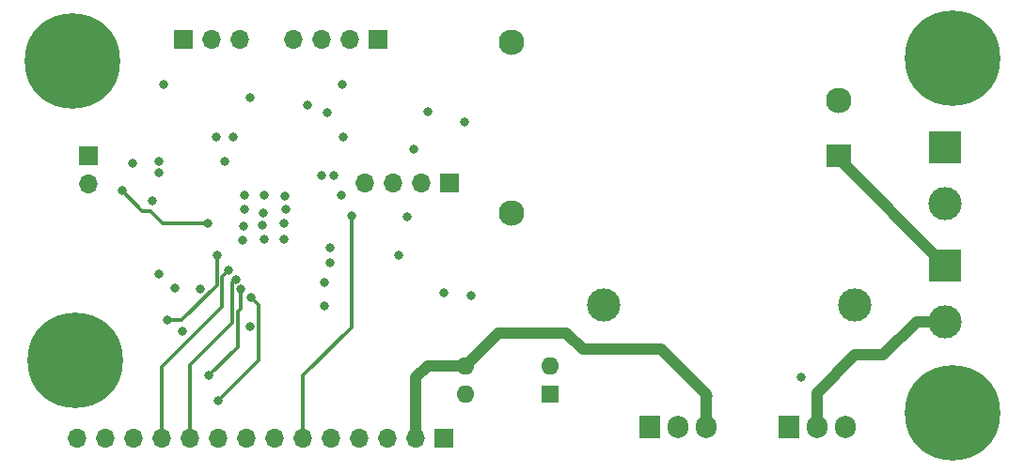
<source format=gbr>
%TF.GenerationSoftware,KiCad,Pcbnew,5.1.9*%
%TF.CreationDate,2021-04-07T12:29:47+02:00*%
%TF.ProjectId,lampa,6c616d70-612e-46b6-9963-61645f706362,rev?*%
%TF.SameCoordinates,Original*%
%TF.FileFunction,Copper,L4,Bot*%
%TF.FilePolarity,Positive*%
%FSLAX46Y46*%
G04 Gerber Fmt 4.6, Leading zero omitted, Abs format (unit mm)*
G04 Created by KiCad (PCBNEW 5.1.9) date 2021-04-07 12:29:47*
%MOMM*%
%LPD*%
G01*
G04 APERTURE LIST*
%TA.AperFunction,ComponentPad*%
%ADD10C,0.900000*%
%TD*%
%TA.AperFunction,ComponentPad*%
%ADD11C,8.600000*%
%TD*%
%TA.AperFunction,ComponentPad*%
%ADD12C,2.300000*%
%TD*%
%TA.AperFunction,ComponentPad*%
%ADD13R,2.300000X2.000000*%
%TD*%
%TA.AperFunction,ComponentPad*%
%ADD14O,1.700000X1.700000*%
%TD*%
%TA.AperFunction,ComponentPad*%
%ADD15R,1.700000X1.700000*%
%TD*%
%TA.AperFunction,ComponentPad*%
%ADD16O,1.600000X1.600000*%
%TD*%
%TA.AperFunction,ComponentPad*%
%ADD17R,1.600000X1.600000*%
%TD*%
%TA.AperFunction,ComponentPad*%
%ADD18O,1.905000X2.000000*%
%TD*%
%TA.AperFunction,ComponentPad*%
%ADD19R,1.905000X2.000000*%
%TD*%
%TA.AperFunction,ComponentPad*%
%ADD20C,3.000000*%
%TD*%
%TA.AperFunction,ComponentPad*%
%ADD21R,3.000000X3.000000*%
%TD*%
%TA.AperFunction,ViaPad*%
%ADD22C,0.800000*%
%TD*%
%TA.AperFunction,Conductor*%
%ADD23C,1.000000*%
%TD*%
%TA.AperFunction,Conductor*%
%ADD24C,0.300000*%
%TD*%
G04 APERTURE END LIST*
D10*
%TO.P,H1,1*%
%TO.N,GND*%
X191530419Y-65469581D03*
X189250000Y-64525000D03*
X186969581Y-65469581D03*
X186025000Y-67750000D03*
X186969581Y-70030419D03*
X189250000Y-70975000D03*
X191530419Y-70030419D03*
X192475000Y-67750000D03*
D11*
X189250000Y-67750000D03*
%TD*%
D10*
%TO.P,H2,1*%
%TO.N,GND*%
X191530419Y-97469581D03*
X189250000Y-96525000D03*
X186969581Y-97469581D03*
X186025000Y-99750000D03*
X186969581Y-102030419D03*
X189250000Y-102975000D03*
X191530419Y-102030419D03*
X192475000Y-99750000D03*
D11*
X189250000Y-99750000D03*
%TD*%
D12*
%TO.P,PS1,4*%
%TO.N,GND*%
X149600000Y-66300000D03*
%TO.P,PS1,2*%
%TO.N,Net-(J1-Pad1)*%
X179000000Y-71500000D03*
D13*
%TO.P,PS1,1*%
%TO.N,Net-(F1-Pad2)*%
X179000000Y-76500000D03*
D12*
%TO.P,PS1,3*%
%TO.N,+12V*%
X149600000Y-81700000D03*
%TD*%
D14*
%TO.P,J5,4*%
%TO.N,BME_SDA*%
X129880000Y-66000000D03*
%TO.P,J5,3*%
%TO.N,BME_SCL*%
X132420000Y-66000000D03*
%TO.P,J5,2*%
%TO.N,GND*%
X134960000Y-66000000D03*
D15*
%TO.P,J5,1*%
%TO.N,+3V3*%
X137500000Y-66000000D03*
%TD*%
D16*
%TO.P,U2,4*%
%TO.N,ZERO_CROSS_DETECT*%
X145380000Y-98000000D03*
%TO.P,U2,2*%
%TO.N,Net-(R3-Pad2)*%
X153000000Y-95460000D03*
%TO.P,U2,3*%
%TO.N,GND*%
X145380000Y-95460000D03*
D17*
%TO.P,U2,1*%
%TO.N,Net-(R2-Pad2)*%
X153000000Y-98000000D03*
%TD*%
D14*
%TO.P,SW2,3*%
%TO.N,GND*%
X125080000Y-66000000D03*
%TO.P,SW2,2*%
%TO.N,Net-(R11-Pad1)*%
X122540000Y-66000000D03*
D15*
%TO.P,SW2,1*%
%TO.N,+3V3*%
X120000000Y-66000000D03*
%TD*%
D14*
%TO.P,SW1,2*%
%TO.N,NRST*%
X111500000Y-79040000D03*
D15*
%TO.P,SW1,1*%
%TO.N,GND*%
X111500000Y-76500000D03*
%TD*%
D18*
%TO.P,Q2,3*%
%TO.N,GND*%
X167080000Y-101000000D03*
%TO.P,Q2,2*%
%TO.N,Net-(J1-Pad1)*%
X164540000Y-101000000D03*
D19*
%TO.P,Q2,1*%
%TO.N,Net-(Q1-Pad1)*%
X162000000Y-101000000D03*
%TD*%
D18*
%TO.P,Q1,3*%
%TO.N,GND*%
X179580000Y-101000000D03*
%TO.P,Q1,2*%
%TO.N,Net-(J2-Pad2)*%
X177040000Y-101000000D03*
D19*
%TO.P,Q1,1*%
%TO.N,Net-(Q1-Pad1)*%
X174500000Y-101000000D03*
%TD*%
D14*
%TO.P,J4,4*%
%TO.N,+3V3*%
X136380000Y-79000000D03*
%TO.P,J4,3*%
%TO.N,SWDIO*%
X138920000Y-79000000D03*
%TO.P,J4,2*%
%TO.N,SWCLK*%
X141460000Y-79000000D03*
D15*
%TO.P,J4,1*%
%TO.N,GND*%
X144000000Y-79000000D03*
%TD*%
D14*
%TO.P,J3,14*%
%TO.N,TOUCH_IRQ*%
X110480000Y-102000000D03*
%TO.P,J3,13*%
%TO.N,TOUCH_MISO*%
X113020000Y-102000000D03*
%TO.P,J3,12*%
%TO.N,TOUCH_MOSI*%
X115560000Y-102000000D03*
%TO.P,J3,11*%
%TO.N,TOUCH_CS*%
X118100000Y-102000000D03*
%TO.P,J3,10*%
%TO.N,TOUCH_CLK*%
X120640000Y-102000000D03*
%TO.P,J3,9*%
%TO.N,Net-(J3-Pad9)*%
X123180000Y-102000000D03*
%TO.P,J3,8*%
%TO.N,Net-(J3-Pad8)*%
X125720000Y-102000000D03*
%TO.P,J3,7*%
%TO.N,LCD_CLK*%
X128260000Y-102000000D03*
%TO.P,J3,6*%
%TO.N,LCD_MOSI*%
X130800000Y-102000000D03*
%TO.P,J3,5*%
%TO.N,LCD_DC*%
X133340000Y-102000000D03*
%TO.P,J3,4*%
%TO.N,+3V3*%
X135880000Y-102000000D03*
%TO.P,J3,3*%
%TO.N,LCD_CS*%
X138420000Y-102000000D03*
%TO.P,J3,2*%
%TO.N,GND*%
X140960000Y-102000000D03*
D15*
%TO.P,J3,1*%
%TO.N,+3V3*%
X143500000Y-102000000D03*
%TD*%
D20*
%TO.P,J2,2*%
%TO.N,Net-(J2-Pad2)*%
X188620000Y-91480000D03*
D21*
%TO.P,J2,1*%
%TO.N,Net-(F1-Pad2)*%
X188620000Y-86400000D03*
%TD*%
D20*
%TO.P,J1,2*%
%TO.N,Net-(F1-Pad1)*%
X188620000Y-80812000D03*
D21*
%TO.P,J1,1*%
%TO.N,Net-(J1-Pad1)*%
X188620000Y-75732000D03*
%TD*%
D10*
%TO.P,H4,1*%
%TO.N,GND*%
X112530419Y-92719581D03*
X110250000Y-91775000D03*
X107969581Y-92719581D03*
X107025000Y-95000000D03*
X107969581Y-97280419D03*
X110250000Y-98225000D03*
X112530419Y-97280419D03*
X113475000Y-95000000D03*
D11*
X110250000Y-95000000D03*
%TD*%
D10*
%TO.P,H3,1*%
%TO.N,GND*%
X112280419Y-65719581D03*
X110000000Y-64775000D03*
X107719581Y-65719581D03*
X106775000Y-68000000D03*
X107719581Y-70280419D03*
X110000000Y-71225000D03*
X112280419Y-70280419D03*
X113225000Y-68000000D03*
D11*
X110000000Y-68000000D03*
%TD*%
D20*
%TO.P,F1,2*%
%TO.N,Net-(F1-Pad2)*%
X157900000Y-90000000D03*
%TO.P,F1,1*%
%TO.N,Net-(F1-Pad1)*%
X180500000Y-90000000D03*
%TD*%
D22*
%TO.N,GND*%
X127300000Y-84050000D03*
X129050000Y-82650000D03*
X127125000Y-82800000D03*
X125450000Y-82900000D03*
X125475000Y-81400000D03*
X127225000Y-81700000D03*
X129200000Y-81375000D03*
X129150000Y-80175000D03*
X127300000Y-80125000D03*
X125500000Y-80050000D03*
X125375000Y-84125000D03*
X129100000Y-84075000D03*
X145300000Y-73500000D03*
X140725000Y-75975000D03*
X117250000Y-80575000D03*
X115400000Y-77225000D03*
X117775000Y-77025000D03*
X117775000Y-78050000D03*
X124500000Y-74800000D03*
X123000000Y-74800000D03*
X140150000Y-82050000D03*
X133200000Y-86225000D03*
X132675000Y-88000000D03*
X132700000Y-90050000D03*
X117850000Y-87225000D03*
X121575000Y-88525000D03*
X143500000Y-88900000D03*
X145950000Y-89125000D03*
X140960000Y-100165000D03*
X144015000Y-95460000D03*
X167262500Y-98237500D03*
X175600000Y-96500000D03*
X134250000Y-80050000D03*
X126000000Y-91900000D03*
%TO.N,+3V3*%
X139375000Y-85525000D03*
X132925000Y-72625000D03*
X142050000Y-72525000D03*
X134425000Y-74825000D03*
X118225000Y-70075000D03*
X133250000Y-84850000D03*
X119250000Y-88500000D03*
X133525000Y-78300000D03*
X132475000Y-78275000D03*
X123775000Y-77050000D03*
X134350000Y-70125000D03*
X131200000Y-72000000D03*
X126000000Y-71300000D03*
X119900000Y-92400000D03*
%TO.N,NRST*%
X114500000Y-79700000D03*
X122250000Y-82600000D03*
%TO.N,TOUCH_IRQ*%
X118550000Y-91375000D03*
X123025000Y-85500000D03*
%TO.N,TOUCH_MISO*%
X125175000Y-88575000D03*
X122325000Y-96375000D03*
%TO.N,TOUCH_MOSI*%
X126100000Y-89300000D03*
X123150000Y-98650000D03*
%TO.N,TOUCH_CS*%
X124075000Y-86900000D03*
%TO.N,TOUCH_CLK*%
X124725000Y-87675000D03*
%TO.N,LCD_MOSI*%
X135175000Y-81925000D03*
%TD*%
D23*
%TO.N,GND*%
X167080000Y-101000000D02*
X167080000Y-98080000D01*
X167080000Y-98080000D02*
X163000000Y-94000000D01*
X163000000Y-94000000D02*
X156000000Y-94000000D01*
X156000000Y-94000000D02*
X154500000Y-92500000D01*
X148340000Y-92500000D02*
X145380000Y-95460000D01*
X154500000Y-92500000D02*
X148340000Y-92500000D01*
X187000000Y-101000000D02*
X188500000Y-99500000D01*
X145380000Y-95460000D02*
X144015000Y-95460000D01*
X140960000Y-96540000D02*
X140960000Y-100165000D01*
X142040000Y-95460000D02*
X140960000Y-96540000D01*
X140960000Y-100165000D02*
X140960000Y-102000000D01*
X144015000Y-95460000D02*
X142040000Y-95460000D01*
D24*
%TO.N,NRST*%
X116325000Y-81525000D02*
X114500000Y-79700000D01*
X117089998Y-81525000D02*
X116325000Y-81525000D01*
X118189998Y-82625000D02*
X117089998Y-81525000D01*
X118214998Y-82600000D02*
X118189998Y-82625000D01*
X122250000Y-82600000D02*
X118214998Y-82600000D01*
D23*
%TO.N,Net-(F1-Pad2)*%
X179000000Y-76780000D02*
X179000000Y-76500000D01*
X188620000Y-86400000D02*
X179000000Y-76780000D01*
%TO.N,Net-(J2-Pad2)*%
X183000000Y-94500000D02*
X186020000Y-91480000D01*
X186020000Y-91480000D02*
X188620000Y-91480000D01*
X180500000Y-94500000D02*
X183000000Y-94500000D01*
X177040000Y-97960000D02*
X180500000Y-94500000D01*
X177040000Y-101000000D02*
X177040000Y-97960000D01*
D24*
%TO.N,TOUCH_IRQ*%
X123025000Y-85500000D02*
X123025000Y-88185002D01*
X119835002Y-91375000D02*
X118550000Y-91375000D01*
X123025000Y-88185002D02*
X119835002Y-91375000D01*
%TO.N,TOUCH_MISO*%
X125175000Y-90339998D02*
X124925009Y-90589989D01*
X124925009Y-90589989D02*
X124925009Y-93774991D01*
X125175000Y-88575000D02*
X125175000Y-90339998D01*
X124925009Y-93774991D02*
X122325000Y-96375000D01*
X122325000Y-96375000D02*
X122325000Y-96375000D01*
%TO.N,TOUCH_MOSI*%
X123150000Y-98650000D02*
X123150000Y-98650000D01*
X126774999Y-89974999D02*
X126774999Y-95025001D01*
X126774999Y-95025001D02*
X123150000Y-98650000D01*
X126100000Y-89300000D02*
X126774999Y-89974999D01*
%TO.N,TOUCH_CS*%
X123525008Y-87449992D02*
X123525008Y-90199992D01*
X124075000Y-86900000D02*
X123525008Y-87449992D01*
X118100000Y-95625000D02*
X118100000Y-102000000D01*
X123525008Y-90199992D02*
X118100000Y-95625000D01*
%TO.N,TOUCH_CLK*%
X124424999Y-87975001D02*
X124424999Y-91600001D01*
X124725000Y-87675000D02*
X124424999Y-87975001D01*
X120640000Y-95385000D02*
X120640000Y-102000000D01*
X124424999Y-91600001D02*
X120640000Y-95385000D01*
%TO.N,LCD_MOSI*%
X135175000Y-81925000D02*
X135175000Y-92000000D01*
X130800000Y-96375000D02*
X130800000Y-102000000D01*
X135175000Y-92000000D02*
X130800000Y-96375000D01*
%TD*%
M02*

</source>
